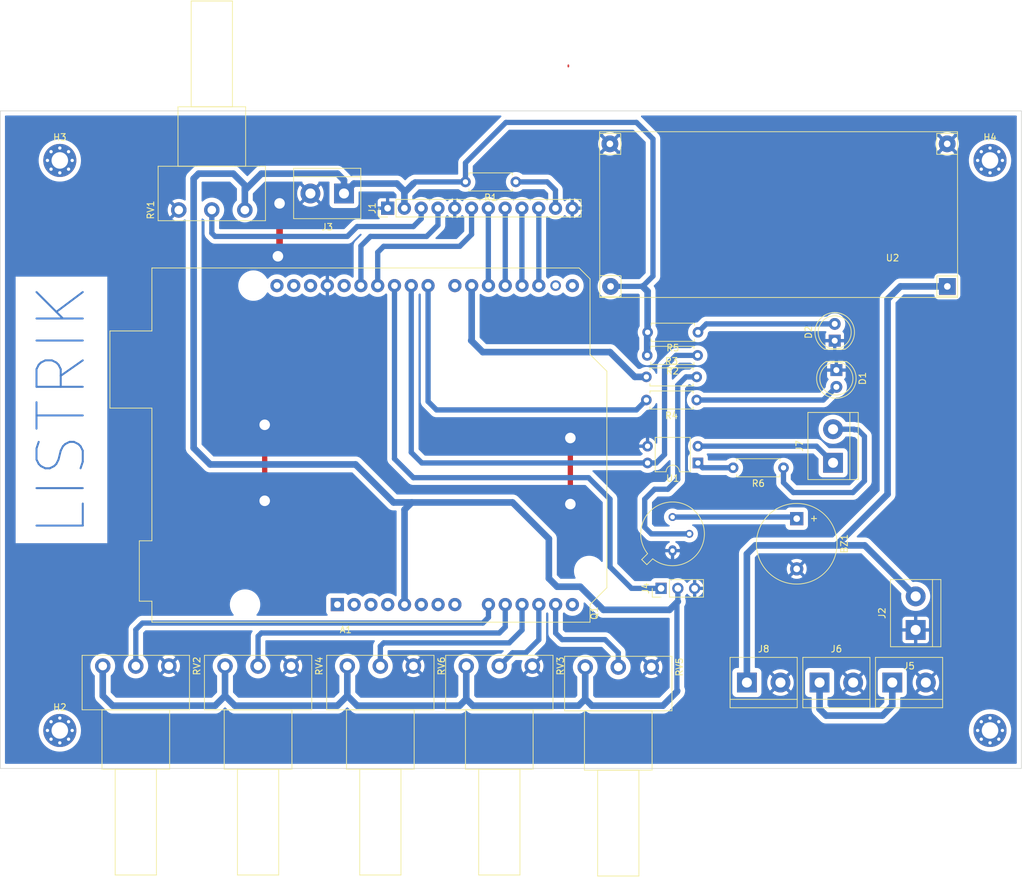
<source format=kicad_pcb>
(kicad_pcb (version 20211014) (generator pcbnew)
  (layers (0 "F.Cu" signal) (31 "B.Cu" signal) (34 "B.Paste" user) (35 "F.Paste" user) (36 "B.SilkS" user "B.Silkscreen") (37 "F.SilkS" user "F.Silkscreen") (38 "B.Mask" user) (39 "F.Mask" user) (44 "Edge.Cuts" user))
  (net 0 "")
  (net 5 "/A0")
  (net 6 "/A1")
  (net 7 "/A2")
  (net 8 "/A3")
  (net 9 "/A4")
  (net 12 "/D2")
  (net 13 "/D3")
  (net 14 "/D4")
  (net 15 "/D5")
  (net 16 "/D6")
  (net 17 "/D9")
  (net 18 "/D10")
  (net 19 "/D11")
  (net 20 "/D12")
  (net 24 "GND")
  (net 25 "5V")
  (net 26 "Net-(J1-Pad3)")
  (net 27 "Net-(J1-Pad11)")
  (net 29 "/D8")
  (net 35 "Net-(BZ1-Pad1)")
  (net 36 "12V")
  (net 37 "5V1")
  (net 38 "Net-(J7-Pad2)")
  (net 39 "Net-(Q1-Pad2)")
  (net 40 "Net-(U1-Pad2)")
  (net 41 "Net-(D1-Pad2)")
  (net 42 "Net-(D2-Pad2)")
  (net 43 "Net-(U1-Pad1)")
  (footprint "Resistor_THT:R_Axial_DIN0207_L6.3mm_D2.5mm_P7.62mm_Horizontal" (layer "F.Cu") (at 165.25 75.5)
    (fp_text reference "R3" (at 3.81 -2.37) (layer "F.SilkS"))
    (fp_text value "2k2")
    (pad "1" thru_hole circle (at 0 0) (size 1.6 1.6) (drill 0.8) (layers *.Cu *.Mask) (net 16 "/D6"))
    (pad "2" thru_hole oval (at 7.62 0) (size 1.6 1.6) (drill 0.8) (layers *.Cu *.Mask) (net 39 "Net-(Q1-Pad2)"))
  )
  (footprint "Potentiometer_THT:Potentiometer_Piher_PC-16_Single_Horizontal" (layer "F.Cu") (at 120 119.25 -90)
    (fp_text reference "RV6" (at 0 -14.25 90) (layer "F.SilkS"))
    (fp_text value "Kp")
    (pad "1" thru_hole circle (at 0 0 270) (size 2.34 2.34) (drill 1.3) (layers *.Cu *.Mask) (net 25 "5V"))
    (pad "2" thru_hole circle (at 0 -5 270) (size 2.34 2.34) (drill 1.3) (layers *.Cu *.Mask) (net 7 "/A2"))
    (pad "3" thru_hole circle (at 0 -10 270) (size 2.34 2.34) (drill 1.3) (layers *.Cu *.Mask) (net 24 "GND"))
  )
  (footprint "TerminalBlock:TerminalBlock_bornier-2_P5.08mm" (layer "F.Cu") (at 191.46 121.75)
    (fp_text reference "J6" (at 2.54 -5.08) (layer "F.SilkS"))
    (fp_text value "ESC Out")
    (pad "1" thru_hole rect (at 0 0) (size 3 3) (drill 1.52) (layers *.Cu *.Mask) (net 37 "5V1"))
    (pad "2" thru_hole circle (at 5.08 0) (size 3 3) (drill 1.52) (layers *.Cu *.Mask) (net 24 "GND"))
  )
  (footprint "Potentiometer_THT:Potentiometer_Piher_PC-16_Single_Horizontal" (layer "F.Cu") (at 104.5 50.25 90)
    (fp_text reference "RV1" (at 0 -14.25 90) (layer "F.SilkS"))
    (fp_text value "10K")
    (pad "1" thru_hole circle (at 0 0 90) (size 2.34 2.34) (drill 1.3) (layers *.Cu *.Mask) (net 25 "5V"))
    (pad "2" thru_hole circle (at 0 -5 90) (size 2.34 2.34) (drill 1.3) (layers *.Cu *.Mask) (net 26 "Net-(J1-Pad3)"))
    (pad "3" thru_hole circle (at 0 -10 90) (size 2.34 2.34) (drill 1.3) (layers *.Cu *.Mask) (net 24 "GND"))
  )
  (footprint "Resistor_THT:R_Axial_DIN0207_L6.3mm_D2.5mm_P7.62mm_Horizontal" (layer "F.Cu") (at 173.06 68.75 180)
    (fp_text reference "R5" (at 3.81 -2.37) (layer "F.SilkS"))
    (fp_text value "220")
    (pad "1" thru_hole circle (at 0 0 180) (size 1.6 1.6) (drill 0.8) (layers *.Cu *.Mask) (net 42 "Net-(D2-Pad2)"))
    (pad "2" thru_hole oval (at 7.62 0 180) (size 1.6 1.6) (drill 0.8) (layers *.Cu *.Mask) (net 25 "5V"))
  )
  (footprint "Module:Arduino_UNO_R3_WithMountingHoles" (layer "F.Cu") (at 118.5 63.75)
    (fp_text reference "A1" (at 1.27 50.01) (layer "F.SilkS"))
    (fp_text value "Arduino_UNO_R3")
    (pad "" np_thru_hole circle (at 38.1 41.12 90) (size 3.2 3.2) (drill 3.2) (layers *.Cu *.Mask))
    (pad "" np_thru_hole circle (at -12.7 -2.06 90) (size 3.2 3.2) (drill 3.2) (layers *.Cu *.Mask))
    (pad "" np_thru_hole circle (at -13.97 46.2 90) (size 3.2 3.2) (drill 3.2) (layers *.Cu *.Mask))
    (pad "" np_thru_hole circle (at 38.1 13.18 90) (size 3.2 3.2) (drill 3.2) (layers *.Cu *.Mask))
    (pad "1" thru_hole rect (at 0 46.2 90) (size 2 2) (drill 1) (layers *.Cu *.Mask))
    (pad "2" thru_hole oval (at 2.54 46.2 90) (size 2 2) (drill 1) (layers *.Cu *.Mask))
    (pad "3" thru_hole oval (at 5.08 46.2 90) (size 2 2) (drill 1) (layers *.Cu *.Mask))
    (pad "4" thru_hole oval (at 7.62 46.2 90) (size 2 2) (drill 1) (layers *.Cu *.Mask))
    (pad "5" thru_hole oval (at 10.16 46.2 90) (size 2 2) (drill 1) (layers *.Cu *.Mask) (net 25 "5V"))
    (pad "6" thru_hole oval (at 12.7 46.2 90) (size 2 2) (drill 1) (layers *.Cu *.Mask))
    (pad "7" thru_hole oval (at 15.24 46.2 90) (size 2 2) (drill 1) (layers *.Cu *.Mask))
    (pad "8" thru_hole oval (at 17.78 46.2 90) (size 2 2) (drill 1) (layers *.Cu *.Mask))
    (pad "9" thru_hole oval (at 22.86 46.2 90) (size 2 2) (drill 1) (layers *.Cu *.Mask) (net 5 "/A0"))
    (pad "10" thru_hole oval (at 25.4 46.2 90) (size 2 2) (drill 1) (layers *.Cu *.Mask) (net 6 "/A1"))
    (pad "11" thru_hole oval (at 27.94 46.2 90) (size 2 2) (drill 1) (layers *.Cu *.Mask) (net 7 "/A2"))
    (pad "12" thru_hole oval (at 30.48 46.2 90) (size 2 2) (drill 1) (layers *.Cu *.Mask) (net 8 "/A3"))
    (pad "13" thru_hole oval (at 33.02 46.2 90) (size 2 2) (drill 1) (layers *.Cu *.Mask) (net 9 "/A4"))
    (pad "14" thru_hole oval (at 35.56 46.2 90) (size 2 2) (drill 1) (layers *.Cu *.Mask))
    (pad "15" thru_hole oval (at 35.56 -2.06 90) (size 2 2) (drill 1) (layers *.Cu *.Mask))
    (pad "16" thru_hole oval (at 33.02 -2.06 90) (size 1.6 1.6) (drill 1) (layers *.Cu *.Mask))
    (pad "17" thru_hole oval (at 30.48 -2.06 90) (size 2 2) (drill 1) (layers *.Cu *.Mask) (net 12 "/D2"))
    (pad "18" thru_hole oval (at 27.94 -2.06 90) (size 2 2) (drill 1) (layers *.Cu *.Mask) (net 13 "/D3"))
    (pad "19" thru_hole oval (at 25.4 -2.06 90) (size 2 2) (drill 1) (layers *.Cu *.Mask) (net 14 "/D4"))
    (pad "20" thru_hole oval (at 22.86 -2.06 90) (size 2 2) (drill 1) (layers *.Cu *.Mask) (net 15 "/D5"))
    (pad "21" thru_hole oval (at 20.32 -2.06 90) (size 2 2) (drill 1) (layers *.Cu *.Mask) (net 16 "/D6"))
    (pad "22" thru_hole oval (at 17.78 -2.06 90) (size 2 2) (drill 1) (layers *.Cu *.Mask))
    (pad "23" thru_hole oval (at 13.72 -2.06 90) (size 2 2) (drill 1) (layers *.Cu *.Mask) (net 29 "/D8"))
    (pad "24" thru_hole oval (at 11.18 -2.06 90) (size 2 2) (drill 1) (layers *.Cu *.Mask) (net 17 "/D9"))
    (pad "25" thru_hole oval (at 8.64 -2.06 90) (size 2 2) (drill 1) (layers *.Cu *.Mask) (net 18 "/D10"))
    (pad "26" thru_hole oval (at 6.1 -2.06 90) (size 2 2) (drill 1) (layers *.Cu *.Mask) (net 19 "/D11"))
    (pad "27" thru_hole oval (at 3.56 -2.06 90) (size 2 2) (drill 1) (layers *.Cu *.Mask) (net 20 "/D12"))
    (pad "28" thru_hole oval (at 1.02 -2.06 90) (size 2 2) (drill 1) (layers *.Cu *.Mask))
    (pad "29" thru_hole oval (at -1.52 -2.06 90) (size 2 2) (drill 1) (layers *.Cu *.Mask) (net 24 "GND"))
    (pad "30" thru_hole oval (at -4.06 -2.06 90) (size 2 2) (drill 1) (layers *.Cu *.Mask))
    (pad "31" thru_hole oval (at -6.6 -2.06 90) (size 2 2) (drill 1) (layers *.Cu *.Mask))
    (pad "32" thru_hole oval (at -9.14 -2.06 90) (size 2 2) (drill 1) (layers *.Cu *.Mask))
  )
  (footprint "Buzzer_Beeper:Buzzer_12x9.5RM7.6" (layer "F.Cu") (at 188 96.95 -90)
    (fp_text reference "BZ1" (at 3.8 -7.2 90) (layer "F.SilkS"))
    (fp_text value "Buzzer")
    (fp_text user "+" (at -0.01 -2.54 90) (layer "F.SilkS"))
    (pad "1" thru_hole rect (at 0 0 270) (size 2 2) (drill 1) (layers *.Cu *.Mask) (net 35 "Net-(BZ1-Pad1)"))
    (pad "2" thru_hole circle (at 7.6 0 270) (size 2 2) (drill 1) (layers *.Cu *.Mask) (net 24 "GND"))
  )
  (footprint "Potentiometer_THT:Potentiometer_Piher_PC-16_Single_Horizontal" (layer "F.Cu") (at 83 119.25 -90)
    (fp_text reference "RV2" (at 0 -14.25 90) (layer "F.SilkS"))
    (fp_text value "Sp")
    (pad "1" thru_hole circle (at 0 0 270) (size 2.34 2.34) (drill 1.3) (layers *.Cu *.Mask) (net 25 "5V"))
    (pad "2" thru_hole circle (at 0 -5 270) (size 2.34 2.34) (drill 1.3) (layers *.Cu *.Mask) (net 5 "/A0"))
    (pad "3" thru_hole circle (at 0 -10 270) (size 2.34 2.34) (drill 1.3) (layers *.Cu *.Mask) (net 24 "GND"))
  )
  (footprint "Connector_PinHeader_2.54mm:PinHeader_1x03_P2.54mm_Vertical" (layer "F.Cu") (at 167.475 107.5 90)
    (fp_text reference "J4" (at 0 -2.33 90) (layer "F.SilkS"))
    (fp_text value "ESC data")
    (pad "1" thru_hole rect (at 0 0 90) (size 1.7 1.7) (drill 1) (layers *.Cu *.Mask) (net 18 "/D10"))
    (pad "2" thru_hole oval (at 0 2.54 90) (size 1.7 1.7) (drill 1) (layers *.Cu *.Mask) (net 25 "5V"))
    (pad "3" thru_hole oval (at 0 5.08 90) (size 1.7 1.7) (drill 1) (layers *.Cu *.Mask) (net 24 "GND"))
  )
  (footprint "TerminalBlock:TerminalBlock_bornier-2_P5.08mm" (layer "F.Cu") (at 180.46 121.75)
    (fp_text reference "J8" (at 2.54 -5.08) (layer "F.SilkS"))
    (fp_text value "ESC IN")
    (pad "1" thru_hole rect (at 0 0) (size 3 3) (drill 1.52) (layers *.Cu *.Mask) (net 36 "12V"))
    (pad "2" thru_hole circle (at 5.08 0) (size 3 3) (drill 1.52) (layers *.Cu *.Mask) (net 24 "GND"))
  )
  (footprint "Potentiometer_THT:Potentiometer_Piher_PC-16_Single_Horizontal" (layer "F.Cu") (at 156 119.4 -90)
    (fp_text reference "RV5" (at 0 -14.25 90) (layer "F.SilkS"))
    (fp_text value "Ts")
    (pad "1" thru_hole circle (at 0 0 270) (size 2.34 2.34) (drill 1.3) (layers *.Cu *.Mask) (net 25 "5V"))
    (pad "2" thru_hole circle (at 0 -5 270) (size 2.34 2.34) (drill 1.3) (layers *.Cu *.Mask) (net 9 "/A4"))
    (pad "3" thru_hole circle (at 0 -10 270) (size 2.34 2.34) (drill 1.3) (layers *.Cu *.Mask) (net 24 "GND"))
  )
  (footprint "MountingHole:MountingHole_2.5mm_Pad_Via" (layer "F.Cu") (at 76.5 42.75)
    (fp_text reference "H3" (at 0 -3.5) (layer "F.SilkS"))
    (fp_text value "MountingHole")
    (pad "1" thru_hole circle (at -1.325825 1.325825) (size 0.8 0.8) (drill 0.5) (layers *.Cu *.Mask))
    (pad "1" thru_hole circle (at 1.325825 -1.325825) (size 0.8 0.8) (drill 0.5) (layers *.Cu *.Mask))
    (pad "1" thru_hole circle (at 0 1.875) (size 0.8 0.8) (drill 0.5) (layers *.Cu *.Mask))
    (pad "1" thru_hole circle (at 1.325825 1.325825) (size 0.8 0.8) (drill 0.5) (layers *.Cu *.Mask))
    (pad "1" thru_hole circle (at 1.875 0) (size 0.8 0.8) (drill 0.5) (layers *.Cu *.Mask))
    (pad "1" thru_hole circle (at -1.325825 -1.325825) (size 0.8 0.8) (drill 0.5) (layers *.Cu *.Mask))
    (pad "1" thru_hole circle (at -1.875 0) (size 0.8 0.8) (drill 0.5) (layers *.Cu *.Mask))
    (pad "1" thru_hole circle (at 0 0) (size 5 5) (drill 2.5) (layers *.Cu *.Mask))
    (pad "1" thru_hole circle (at 0 -1.875) (size 0.8 0.8) (drill 0.5) (layers *.Cu *.Mask))
  )
  (footprint "TerminalBlock:TerminalBlock_bornier-2_P5.08mm" (layer "F.Cu") (at 206 113.79 90)
    (fp_text reference "J2" (at 2.54 -5.08 90) (layer "F.SilkS"))
    (fp_text value "ADAPTOR 12V")
    (pad "1" thru_hole rect (at 0 0 90) (size 3 3) (drill 1.52) (layers *.Cu *.Mask) (net 24 "GND"))
    (pad "2" thru_hole circle (at 5.08 0 90) (size 3 3) (drill 1.52) (layers *.Cu *.Mask) (net 36 "12V"))
  )
  (footprint "LED_THT:LED_D5.0mm" (layer "F.Cu") (at 193.75 70.025 90)
    (fp_text reference "D2" (at 1.27 -3.96 90) (layer "F.SilkS"))
    (fp_text value "LED")
    (pad "1" thru_hole rect (at 0 0 90) (size 1.8 1.8) (drill 0.9) (layers *.Cu *.Mask) (net 24 "GND"))
    (pad "2" thru_hole circle (at 2.54 0 90) (size 1.8 1.8) (drill 0.9) (layers *.Cu *.Mask) (net 42 "Net-(D2-Pad2)"))
  )
  (footprint "Resistor_THT:R_Axial_DIN0207_L6.3mm_D2.5mm_P7.62mm_Horizontal" (layer "F.Cu") (at 186 89.25 180)
    (fp_text reference "R6" (at 3.81 -2.37) (layer "F.SilkS"))
    (fp_text value "1K")
    (pad "1" thru_hole circle (at 0 0 180) (size 1.6 1.6) (drill 0.8) (layers *.Cu *.Mask) (net 38 "Net-(J7-Pad2)"))
    (pad "2" thru_hole oval (at 7.62 0 180) (size 1.6 1.6) (drill 0.8) (layers *.Cu *.Mask) (net 43 "Net-(U1-Pad1)"))
  )
  (footprint "Potentiometer_THT:Potentiometer_Piher_PC-16_Single_Horizontal" (layer "F.Cu") (at 138 119.25 -90)
    (fp_text reference "RV3" (at 0 -14.25 90) (layer "F.SilkS"))
    (fp_text value "Kd")
    (pad "1" thru_hole circle (at 0 0 270) (size 2.34 2.34) (drill 1.3) (layers *.Cu *.Mask) (net 25 "5V"))
    (pad "2" thru_hole circle (at 0 -5 270) (size 2.34 2.34) (drill 1.3) (layers *.Cu *.Mask) (net 8 "/A3"))
    (pad "3" thru_hole circle (at 0 -10 270) (size 2.34 2.34) (drill 1.3) (layers *.Cu *.Mask) (net 24 "GND"))
  )
  (footprint "MountingHole:MountingHole_2.5mm_Pad_Via" (layer "F.Cu") (at 76.5 129)
    (fp_text reference "H2" (at 0 -3.5) (layer "F.SilkS"))
    (fp_text value "MountingHole")
    (pad "1" thru_hole circle (at -1.325825 -1.325825) (size 0.8 0.8) (drill 0.5) (layers *.Cu *.Mask))
    (pad "1" thru_hole circle (at 0 1.875) (size 0.8 0.8) (drill 0.5) (layers *.Cu *.Mask))
    (pad "1" thru_hole circle (at 1.875 0) (size 0.8 0.8) (drill 0.5) (layers *.Cu *.Mask))
    (pad "1" thru_hole circle (at -1.325825 1.325825) (size 0.8 0.8) (drill 0.5) (layers *.Cu *.Mask))
    (pad "1" thru_hole circle (at -1.875 0) (size 0.8 0.8) (drill 0.5) (layers *.Cu *.Mask))
    (pad "1" thru_hole circle (at 0 0) (size 5 5) (drill 2.5) (layers *.Cu *.Mask))
    (pad "1" thru_hole circle (at 1.325825 1.325825) (size 0.8 0.8) (drill 0.5) (layers *.Cu *.Mask))
    (pad "1" thru_hole circle (at 1.325825 -1.325825) (size 0.8 0.8) (drill 0.5) (layers *.Cu *.Mask))
    (pad "1" thru_hole circle (at 0 -1.875) (size 0.8 0.8) (drill 0.5) (layers *.Cu *.Mask))
  )
  (footprint "Package_DIP:DIP-4_W7.62mm" (layer "F.Cu") (at 173.05 88.525 180)
    (fp_text reference "U1" (at 3.81 -2.33) (layer "F.SilkS"))
    (fp_text value "PC817")
    (pad "1" thru_hole rect (at 0 0 180) (size 1.6 1.6) (drill 0.8) (layers *.Cu *.Mask) (net 43 "Net-(U1-Pad1)"))
    (pad "2" thru_hole oval (at 0 2.54 180) (size 1.6 1.6) (drill 0.8) (layers *.Cu *.Mask) (net 40 "Net-(U1-Pad2)"))
    (pad "3" thru_hole oval (at 7.62 2.54 180) (size 1.6 1.6) (drill 0.8) (layers *.Cu *.Mask) (net 24 "GND"))
    (pad "4" thru_hole oval (at 7.62 0 180) (size 1.6 1.6) (drill 0.8) (layers *.Cu *.Mask) (net 17 "/D9"))
  )
  (footprint "Connector_PinHeader_2.54mm:PinHeader_1x12_P2.54mm_Vertical" (layer "F.Cu") (at 126.1 49.975 90)
    (fp_text reference "J1" (at 0 -2.33 90) (layer "F.SilkS"))
    (fp_text value "LCD")
    (pad "1" thru_hole rect (at 0 0 90) (size 2 2) (drill 1) (layers *.Cu *.Mask) (net 24 "GND"))
    (pad "2" thru_hole oval (at 0 2.54 90) (size 2 2) (drill 1) (layers *.Cu *.Mask) (net 25 "5V"))
    (pad "3" thru_hole oval (at 0 5.08 90) (size 2 2) (drill 1) (layers *.Cu *.Mask) (net 26 "Net-(J1-Pad3)"))
    (pad "4" thru_hole oval (at 0 7.62 90) (size 2 2) (drill 1) (layers *.Cu *.Mask) (net 20 "/D12"))
    (pad "5" thru_hole oval (at 0 10.16 90) (size 2 2) (drill 1) (layers *.Cu *.Mask) (net 24 "GND"))
    (pad "6" thru_hole oval (at 0 12.7 90) (size 2 2) (drill 1) (layers *.Cu *.Mask) (net 19 "/D11"))
    (pad "7" thru_hole oval (at 0 15.24 90) (size 2 2) (drill 1) (layers *.Cu *.Mask) (net 15 "/D5"))
    (pad "8" thru_hole oval (at 0 17.78 90) (size 2 2) (drill 1) (layers *.Cu *.Mask) (net 14 "/D4"))
    (pad "9" thru_hole oval (at 0 20.32 90) (size 2 2) (drill 1) (layers *.Cu *.Mask) (net 13 "/D3"))
    (pad "10" thru_hole oval (at 0 22.86 90) (size 2 2) (drill 1) (layers *.Cu *.Mask) (net 12 "/D2"))
    (pad "11" thru_hole oval (at 0 25.4 90) (size 2 2) (drill 1) (layers *.Cu *.Mask) (net 27 "Net-(J1-Pad11)"))
    (pad "12" thru_hole oval (at 0 27.94 90) (size 2 2) (drill 1) (layers *.Cu *.Mask) (net 24 "GND"))
  )
  (footprint "TerminalBlock:TerminalBlock_bornier-2_P5.08mm" (layer "F.Cu") (at 119.5 47.75 180)
    (fp_text reference "J3" (at 2.54 -5.08) (layer "F.SilkS"))
    (fp_text value "Stepdown OUT")
    (pad "1" thru_hole rect (at 0 0 180) (size 3 3) (drill 1.52) (layers *.Cu *.Mask) (net 25 "5V"))
    (pad "2" thru_hole circle (at 5.08 0 180) (size 3 3) (drill 1.52) (layers *.Cu *.Mask) (net 24 "GND"))
  )
  (footprint "Potentiometer_THT:Potentiometer_Piher_PC-16_Single_Horizontal" (layer "F.Cu") (at 101.5 119.25 -90)
    (fp_text reference "RV4" (at 0 -14.25 90) (layer "F.SilkS"))
    (fp_text value "Ki")
    (pad "1" thru_hole circle (at 0 0 270) (size 2.34 2.34) (drill 1.3) (layers *.Cu *.Mask) (net 25 "5V"))
    (pad "2" thru_hole circle (at 0 -5 270) (size 2.34 2.34) (drill 1.3) (layers *.Cu *.Mask) (net 6 "/A1"))
    (pad "3" thru_hole circle (at 0 -10 270) (size 2.34 2.34) (drill 1.3) (layers *.Cu *.Mask) (net 24 "GND"))
  )
  (footprint "LED_THT:LED_D5.0mm" (layer "F.Cu") (at 194 74.475 -90)
    (fp_text reference "D1" (at 1.27 -3.96 90) (layer "F.SilkS"))
    (fp_text value "LED")
    (pad "1" thru_hole rect (at 0 0 270) (size 1.8 1.8) (drill 0.9) (layers *.Cu *.Mask) (net 24 "GND"))
    (pad "2" thru_hole circle (at 2.54 0 270) (size 1.8 1.8) (drill 0.9) (layers *.Cu *.Mask) (net 41 "Net-(D1-Pad2)"))
  )
  (footprint "Helber:YAAJ_DCDC_StepDown_LM2596" (layer "F.Cu") (at 202.65 57.98 180)
    (fp_text reference "U2" (at 0.15 0.48) (layer "F.SilkS"))
    (fp_text value "XL4015")
    (pad "1" thru_hole rect (at -8.14 -3.83 180) (size 2.54 2.54) (drill 1) (layers *.Cu *.Mask) (net 36 "12V"))
    (pad "2" thru_hole circle (at -8.12 17.74 180) (size 2.54 2.54) (drill 1) (layers *.Cu *.Mask) (net 24 "GND"))
    (pad "3" thru_hole circle (at 42.92 17.74 180) (size 2.54 2.54) (drill 1) (layers *.Cu *.Mask) (net 24 "GND"))
    (pad "4" thru_hole circle (at 42.81 -3.83 180) (size 2.54 2.54) (drill 1) (layers *.Cu *.Mask) (net 25 "5V"))
  )
  (footprint "Resistor_THT:R_Axial_DIN0207_L6.3mm_D2.5mm_P7.62mm_Horizontal" (layer "F.Cu") (at 172.87 79 180)
    (fp_text reference "R4" (at 3.81 -2.37) (layer "F.SilkS"))
    (fp_text value "220")
    (pad "1" thru_hole circle (at 0 0 180) (size 1.6 1.6) (drill 0.8) (layers *.Cu *.Mask) (net 41 "Net-(D1-Pad2)"))
    (pad "2" thru_hole oval (at 7.62 0 180) (size 1.6 1.6) (drill 0.8) (layers *.Cu *.Mask) (net 29 "/D8"))
  )
  (footprint "Resistor_THT:R_Axial_DIN0207_L6.3mm_D2.5mm_P7.62mm_Horizontal" (layer "F.Cu") (at 173 72.25 180)
    (fp_text reference "R2" (at 3.81 -2.37) (layer "F.SilkS"))
    (fp_text value "220")
    (pad "1" thru_hole circle (at 0 0 180) (size 1.6 1.6) (drill 0.8) (layers *.Cu *.Mask) (net 17 "/D9"))
    (pad "2" thru_hole oval (at 7.62 0 180) (size 1.6 1.6) (drill 0.8) (layers *.Cu *.Mask) (net 25 "5V"))
  )
  (footprint "TerminalBlock:TerminalBlock_bornier-2_P5.08mm" (layer "F.Cu") (at 202.46 121.75)
    (fp_text reference "J5" (at 2.54 -2.5) (layer "F.SilkS"))
    (fp_text value "Motor DC")
    (pad "1" thru_hole rect (at 0 0) (size 3 3) (drill 1.52) (layers *.Cu *.Mask) (net 37 "5V1"))
    (pad "2" thru_hole circle (at 5.08 0) (size 3 3) (drill 1.52) (layers *.Cu *.Mask) (net 24 "GND"))
  )
  (footprint "Package_TO_SOT_THT:TO-39-3" (layer "F.Cu") (at 169.21 101.79 90)
    (fp_text reference "Q1" (at -9.46 -11.82 90) (layer "F.SilkS"))
    (fp_text value "2N2219")
    (pad "1" thru_hole oval (at 0 0 90) (size 1.6 1.2) (drill 0.7) (layers *.Cu *.Mask) (net 24 "GND"))
    (pad "2" thru_hole oval (at 2.54 2.54 90) (size 1.2 1.2) (drill 0.7) (layers *.Cu *.Mask) (net 39 "Net-(Q1-Pad2)"))
    (pad "3" thru_hole oval (at 5.08 0 90) (size 1.2 1.2) (drill 0.7) (layers *.Cu *.Mask) (net 35 "Net-(BZ1-Pad1)"))
  )
  (footprint "TerminalBlock:TerminalBlock_bornier-2_P5.08mm" (layer "F.Cu") (at 193.5 88.5 90)
    (fp_text reference "J7" (at 2.54 -5.08 90) (layer "F.SilkS"))
    (fp_text value "Tacho Generator")
    (pad "1" thru_hole rect (at 0 0 90) (size 3 3) (drill 1.52) (layers *.Cu *.Mask) (net 40 "Net-(U1-Pad2)"))
    (pad "2" thru_hole circle (at 5.08 0 90) (size 3 3) (drill 1.52) (layers *.Cu *.Mask) (net 38 "Net-(J7-Pad2)"))
  )
  (footprint "MountingHole:MountingHole_2.5mm_Pad_Via" (layer "F.Cu") (at 217.25 129)
    (fp_text reference "H1" (at 0 -0.5) (layer "F.SilkS"))
    (fp_text value "MountingHole")
    (pad "1" thru_hole circle (at -1.325825 1.325825) (size 0.8 0.8) (drill 0.5) (layers *.Cu *.Mask))
    (pad "1" thru_hole circle (at -1.325825 -1.325825) (size 0.8 0.8) (drill 0.5) (layers *.Cu *.Mask))
    (pad "1" thru_hole circle (at 1.325825 1.325825) (size 0.8 0.8) (drill 0.5) (layers *.Cu *.Mask))
    (pad "1" thru_hole circle (at -1.875 0) (size 0.8 0.8) (drill 0.5) (layers *.Cu *.Mask))
    (pad "1" thru_hole circle (at 1.875 0) (size 0.8 0.8) (drill 0.5) (layers *.Cu *.Mask))
    (pad "1" thru_hole circle (at 0 0) (size 5 5) (drill 2.5) (layers *.Cu *.Mask))
    (pad "1" thru_hole circle (at 0 1.875) (size 0.8 0.8) (drill 0.5) (layers *.Cu *.Mask))
    (pad "1" thru_hole circle (at 1.325825 -1.325825) (size 0.8 0.8) (drill 0.5) (layers *.Cu *.Mask))
    (pad "1" thru_hole circle (at 0 -1.875) (size 0.8 0.8) (drill 0.5) (layers *.Cu *.Mask))
  )
  (footprint "Resistor_THT:R_Axial_DIN0207_L6.3mm_D2.5mm_P7.62mm_Horizontal" (layer "F.Cu") (at 145.5 46 180)
    (fp_text reference "R1" (at 3.81 -2.37) (layer "F.SilkS"))
    (fp_text value "220")
    (pad "1" thru_hole circle (at 0 0 180) (size 1.6 1.6) (drill 0.8) (layers *.Cu *.Mask) (net 27 "Net-(J1-Pad11)"))
    (pad "2" thru_hole oval (at 7.62 0 180) (size 1.6 1.6) (drill 0.8) (layers *.Cu *.Mask) (net 25 "5V"))
  )
  (footprint "MountingHole:MountingHole_2.5mm_Pad_Via" (layer "F.Cu") (at 217.25 42.75)
    (fp_text reference "H4" (at 0 -3.5) (layer "F.SilkS"))
    (fp_text value "MountingHole")
    (pad "1" thru_hole circle (at 0 -1.875) (size 0.8 0.8) (drill 0.5) (layers *.Cu *.Mask))
    (pad "1" thru_hole circle (at 0 1.875) (size 0.8 0.8) (drill 0.5) (layers *.Cu *.Mask))
    (pad "1" thru_hole circle (at 0 0) (size 5 5) (drill 2.5) (layers *.Cu *.Mask))
    (pad "1" thru_hole circle (at 1.325825 -1.325825) (size 0.8 0.8) (drill 0.5) (layers *.Cu *.Mask))
    (pad "1" thru_hole circle (at -1.875 0) (size 0.8 0.8) (drill 0.5) (layers *.Cu *.Mask))
    (pad "1" thru_hole circle (at 1.875 0) (size 0.8 0.8) (drill 0.5) (layers *.Cu *.Mask))
    (pad "1" thru_hole circle (at -1.325825 -1.325825) (size 0.8 0.8) (drill 0.5) (layers *.Cu *.Mask))
    (pad "1" thru_hole circle (at 1.325825 1.325825) (size 0.8 0.8) (drill 0.5) (layers *.Cu *.Mask))
    (pad "1" thru_hole circle (at -1.325825 1.325825) (size 0.8 0.8) (drill 0.5) (layers *.Cu *.Mask))
  )
  (gr_rect (start 222 134.75) (end 67.5 35.25) (layer "Edge.Cuts") (width 0.1) (fill none))
  (gr_text "LISTRIK" (at 76.75 80.5 90) (layer "B.Cu") (effects (font (size 7 7) (thickness 0.3))))
  (segment (start 153.45 28.35) (end 153.45 28.55) (width 0.25) (layer "F.Cu") (net 0))
  (segment (start 141.36 109.95) (end 141.36 111.89) (width 0.8) (layer "B.Cu") (net 5))
  (segment (start 140.5 112.75) (end 89 112.75) (width 0.8) (layer "B.Cu") (net 5))
  (segment (start 141.36 111.89) (end 140.5 112.75) (width 0.8) (layer "B.Cu") (net 5))
  (segment (start 89 112.75) (end 88 113.75) (width 0.8) (layer "B.Cu") (net 5))
  (segment (start 88 113.75) (end 88 119.25) (width 0.8) (layer "B.Cu") (net 5))
  (segment (start 107 114.25) (end 106.5 114.75) (width 0.8) (layer "B.Cu") (net 6))
  (segment (start 143.9 113.35) (end 143 114.25) (width 0.8) (layer "B.Cu") (net 6))
  (segment (start 143 114.25) (end 107 114.25) (width 0.8) (layer "B.Cu") (net 6))
  (segment (start 143.9 109.95) (end 143.9 113.35) (width 0.8) (layer "B.Cu") (net 6))
  (segment (start 106.5 114.75) (end 106.5 119.25) (width 0.8) (layer "B.Cu") (net 6))
  (segment (start 125 116.25) (end 125.5 115.75) (width 0.8) (layer "B.Cu") (net 7))
  (segment (start 146.44 113.81) (end 146.44 109.95) (width 0.8) (layer "B.Cu") (net 7))
  (segment (start 125.5 115.75) (end 144.5 115.75) (width 0.8) (layer "B.Cu") (net 7))
  (segment (start 125 119.25) (end 125 116.25) (width 0.8) (layer "B.Cu") (net 7))
  (segment (start 144.5 115.75) (end 146.44 113.81) (width 0.8) (layer "B.Cu") (net 7))
  (segment (start 148.98 115.27) (end 148.98 109.95) (width 0.8) (layer "B.Cu") (net 8))
  (segment (start 147 117.25) (end 148.98 115.27) (width 0.8) (layer "B.Cu") (net 8))
  (segment (start 143 119.25) (end 145 117.25) (width 0.8) (layer "B.Cu") (net 8))
  (segment (start 145 117.25) (end 147 117.25) (width 0.8) (layer "B.Cu") (net 8))
  (segment (start 159 115.25) (end 161 117.25) (width 0.8) (layer "B.Cu") (net 9))
  (segment (start 151.52 114.27) (end 152.5 115.25) (width 0.8) (layer "B.Cu") (net 9))
  (segment (start 152.5 115.25) (end 159 115.25) (width 0.8) (layer "B.Cu") (net 9))
  (segment (start 151.52 109.95) (end 151.52 114.27) (width 0.8) (layer "B.Cu") (net 9))
  (segment (start 161 117.25) (end 161 119.4) (width 0.8) (layer "B.Cu") (net 9))
  (segment (start 148.98 61.69) (end 148.98 49.995) (width 0.8) (layer "B.Cu") (net 12))
  (segment (start 148.98 49.995) (end 148.96 49.975) (width 0.8) (layer "B.Cu") (net 12))
  (segment (start 146.42 49.975) (end 146.42 61.67) (width 0.8) (layer "B.Cu") (net 13))
  (segment (start 146.42 61.67) (end 146.44 61.69) (width 0.8) (layer "B.Cu") (net 13))
  (segment (start 143.9 49.995) (end 143.88 49.975) (width 0.8) (layer "B.Cu") (net 14))
  (segment (start 143.9 61.69) (end 143.9 49.995) (width 0.8) (layer "B.Cu") (net 14))
  (segment (start 141.34 49.975) (end 141.34 61.67) (width 0.8) (layer "B.Cu") (net 15))
  (segment (start 141.34 61.67) (end 141.36 61.69) (width 0.8) (layer "B.Cu") (net 15))
  (segment (start 140.5 71.75) (end 138.75 70) (width 1) (layer "B.Cu") (net 16))
  (segment (start 138.82 69.93) (end 138.82 61.69) (width 1) (layer "B.Cu") (net 16))
  (segment (start 159.75 71.75) (end 140.5 71.75) (width 1) (layer "B.Cu") (net 16))
  (segment (start 163.5 75.5) (end 159.75 71.75) (width 1) (layer "B.Cu") (net 16))
  (segment (start 165.25 75.5) (end 163.5 75.5) (width 1) (layer "B.Cu") (net 16))
  (segment (start 138.75 70) (end 138.82 69.93) (width 1) (layer "B.Cu") (net 16))
  (segment (start 168 87.25) (end 166.725 88.525) (width 0.8) (layer "B.Cu") (net 17))
  (segment (start 173 72.25) (end 169.75 72.25) (width 0.8) (layer "B.Cu") (net 17))
  (segment (start 131.275 88.525) (end 129.68 86.93) (width 0.8) (layer "B.Cu") (net 17))
  (segment (start 166.725 88.525) (end 165.43 88.525) (width 0.8) (layer "B.Cu") (net 17))
  (segment (start 165.43 88.525) (end 131.275 88.525) (width 0.8) (layer "B.Cu") (net 17))
  (segment (start 129.68 86.93) (end 129.68 61.69) (width 0.8) (layer "B.Cu") (net 17))
  (segment (start 168 74) (end 168 87.25) (width 0.8) (layer "B.Cu") (net 17))
  (segment (start 169.75 72.25) (end 168 74) (width 0.8) (layer "B.Cu") (net 17))
  (segment (start 156.5 90.75) (end 130 90.75) (width 0.8) (layer "B.Cu") (net 18))
  (segment (start 127.14 87.89) (end 127.14 61.69) (width 0.8) (layer "B.Cu") (net 18))
  (segment (start 167.475 107.5) (end 163 107.5) (width 0.8) (layer "B.Cu") (net 18))
  (segment (start 159.75 104.25) (end 159.75 94) (width 0.8) (layer "B.Cu") (net 18))
  (segment (start 163 107.5) (end 159.75 104.25) (width 0.8) (layer "B.Cu") (net 18))
  (segment (start 159.75 94) (end 156.5 90.75) (width 0.8) (layer "B.Cu") (net 18))
  (segment (start 130 90.75) (end 127.14 87.89) (width 0.8) (layer "B.Cu") (net 18))
  (segment (start 124.6 56.65) (end 125.5 55.75) (width 0.8) (layer "B.Cu") (net 19))
  (segment (start 137 55.75) (end 138.8 53.95) (width 0.8) (layer "B.Cu") (net 19))
  (segment (start 125.5 55.75) (end 137 55.75) (width 0.8) (layer "B.Cu") (net 19))
  (segment (start 124.6 61.69) (end 124.6 56.65) (width 0.8) (layer "B.Cu") (net 19))
  (segment (start 138.8 53.95) (end 138.8 49.975) (width 0.8) (layer "B.Cu") (net 19))
  (segment (start 122.06 55.69) (end 122.06 61.69) (width 0.8) (layer "B.Cu") (net 20))
  (segment (start 133.72 52.53) (end 132 54.25) (width 0.8) (layer "B.Cu") (net 20))
  (segment (start 133.72 49.975) (end 133.72 52.53) (width 0.8) (layer "B.Cu") (net 20))
  (segment (start 132 54.25) (end 123.5 54.25) (width 0.8) (layer "B.Cu") (net 20))
  (segment (start 123.5 54.25) (end 122.06 55.69) (width 0.8) (layer "B.Cu") (net 20))
  (segment (start 109.75 57) (end 109.5 57.25) (width 1) (layer "F.Cu") (net 24))
  (segment (start 107.5 82.75) (end 107.5 94.25) (width 0.8) (layer "F.Cu") (net 24))
  (segment (start 109.75 49.25) (end 109.75 57) (width 1) (layer "F.Cu") (net 24))
  (segment (start 153.75 84.75) (end 153.75 94.75) (width 0.8) (layer "F.Cu") (net 24))
  (via (at 109.75 49.25) (size 3) (drill 1.6) (layers "F.Cu" "B.Cu") (net 24))
  (via (at 153.75 94.75) (size 3) (drill 1.6) (layers "F.Cu" "B.Cu") (net 24))
  (via (at 107.5 94.25) (size 3) (drill 1.6) (layers "F.Cu" "B.Cu") (net 24))
  (via (at 153.75 84.75) (size 3) (drill 1.6) (layers "F.Cu" "B.Cu") (net 24))
  (via (at 109.5 57.25) (size 3) (drill 1.6) (layers "F.Cu" "B.Cu") (net 24))
  (via (at 107.5 82.75) (size 3) (drill 1.6) (layers "F.Cu" "B.Cu") (net 24))
  (segment (start 167.75 125.25) (end 157 125.25) (width 1) (layer "B.Cu") (net 25))
  (segment (start 144 37) (end 163.75 37) (width 0.8) (layer "B.Cu") (net 25))
  (segment (start 128.66 109.95) (end 128.66 95.59) (width 1) (layer "B.Cu") (net 25))
  (segment (start 104.5 47.25) (end 104.5 46.5) (width 1) (layer "B.Cu") (net 25))
  (segment (start 170.015 122.985) (end 169.875 123.125) (width 0.8) (layer "B.Cu") (net 25))
  (segment (start 165.38 68.81) (end 165.44 68.75) (width 1) (layer "B.Cu") (net 25))
  (segment (start 166.25 39.5) (end 166.25 60.25) (width 0.8) (layer "B.Cu") (net 25))
  (segment (start 104.5 47.25) (end 107 44.75) (width 1) (layer "B.Cu") (net 25))
  (segment (start 96.75 45.5) (end 96.75 86.25) (width 1) (layer "B.Cu") (net 25))
  (segment (start 121.5 125.25) (end 137 125.25) (width 1) (layer "B.Cu") (net 25))
  (segment (start 166.25 60.25) (end 164.69 61.81) (width 0.8) (layer "B.Cu") (net 25))
  (segment (start 137.88 46) (end 130.25 46) (width 0.8) (layer "B.Cu") (net 25))
  (segment (start 101.5 123.75) (end 101.5 119.25) (width 1) (layer "B.Cu") (net 25))
  (segment (start 169.875 123.125) (end 167.75 125.25) (width 1) (layer "B.Cu") (net 25))
  (segment (start 165.38 72.25) (end 165.38 68.81) (width 1) (layer "B.Cu") (net 25))
  (segment (start 103 125.25) (end 118.5 125.25) (width 1) (layer "B.Cu") (net 25))
  (segment (start 164.69 61.81) (end 159.84 61.81) (width 0.8) (layer "B.Cu") (net 25))
  (segment (start 128.66 95.59) (end 129.75 94.5) (width 1) (layer "B.Cu") (net 25))
  (segment (start 102.75 44.75) (end 97.5 44.75) (width 1) (layer "B.Cu") (net 25))
  (segment (start 137 125.25) (end 138 124.25) (width 1) (layer "B.Cu") (net 25))
  (segment (start 97.5 44.75) (end 96.75 45.5) (width 1) (layer "B.Cu") (net 25))
  (segment (start 145 94.5) (end 150.5 100) (width 1) (layer "B.Cu") (net 25))
  (segment (start 101.5 123.75) (end 103 125.25) (width 1) (layer "B.Cu") (net 25))
  (segment (start 139 125.25) (end 155 125.25) (width 1) (layer "B.Cu") (net 25))
  (segment (start 138 124.25) (end 139 125.25) (width 1) (layer "B.Cu") (net 25))
  (segment (start 163.75 37) (end 166.25 39.5) (width 0.8) (layer "B.Cu") (net 25))
  (segment (start 99.25 88.75) (end 121.25 88.75) (width 1) (layer "B.Cu") (net 25))
  (segment (start 155.25 107.25) (end 158.75 110.75) (width 1) (layer "B.Cu") (net 25))
  (segment (start 165.44 62.56) (end 164.69 61.81) (width 1) (layer "B.Cu") (net 25))
  (segment (start 104.5 46.5) (end 102.75 44.75) (width 1) (layer "B.Cu") (net 25))
  (segment (start 158.75 110.75) (end 168.75 110.75) (width 1) (layer "B.Cu") (net 25))
  (segment (start 104.5 50.25) (end 104.5 47.25) (width 1) (layer "B.Cu") (net 25))
  (segment (start 138 124.25) (end 138 119.25) (width 1) (layer "B.Cu") (net 25))
  (segment (start 168.75 110.75) (end 170.015 109.485) (width 1) (layer "B.Cu") (net 25))
  (segment (start 119.5 45.75) (end 119.5 47.75) (width 1) (layer "B.Cu") (net 25))
  (segment (start 107 44.75) (end 118.5 44.75) (width 1) (layer "B.Cu") (net 25))
  (segment (start 100 125.25) (end 101.5 123.75) (width 1) (layer "B.Cu") (net 25))
  (segment (start 96.75 86.25) (end 99.25 88.75) (width 1) (layer "B.Cu") (net 25))
  (segment (start 118.5 125.25) (end 120 123.75) (width 1) (layer "B.Cu") (net 25))
  (segment (start 120 123.75) (end 120 119.25) (width 1) (layer "B.Cu") (net 25))
  (segment (start 170.015 107.5) (end 170.015 109.485) (width 0.8) (layer "B.Cu") (net 25))
  (segment (start 118.5 44.75) (end 119.5 45.75) (width 1) (layer "B.Cu") (net 25))
  (segment (start 169.875 123.125) (end 169.875 109.625) (width 0.8) (layer "B.Cu") (net 25))
  (segment (start 155 125.25) (end 156 124.25) (width 1) (layer "B.Cu") (net 25))
  (segment (start 157 125.25) (end 156 124.25) (width 1) (layer "B.Cu") (net 25))
  (segment (start 150.5 106) (end 151.75 107.25) (width 1) (layer "B.Cu") (net 25))
  (segment (start 151.75 107.25) (end 155.25 107.25) (width 1) (layer "B.Cu") (net 25))
  (segment (start 128.64 47.61) (end 128.64 47.39) (width 1) (layer "B.Cu") (net 25))
  (segment (start 129.75 94.5) (end 145 94.5) (width 1) (layer "B.Cu") (net 25))
  (segment (start 84.5 125.25) (end 100 125.25) (width 1) (layer "B.Cu") (net 25))
  (segment (start 83 123.75) (end 84.5 125.25) (width 1) (layer "B.Cu") (net 25))
  (segment (start 165.44 68.75) (end 165.44 62.56) (width 1) (layer "B.Cu") (net 25))
  (segment (start 130.25 46) (end 130 46.25) (width 0.8) (layer "B.Cu") (net 25))
  (segment (start 137.88 43.12) (end 144 37) (width 0.8) (layer "B.Cu") (net 25))
  (segment (start 128.64 47.39) (end 127.5 46.25) (width 1) (layer "B.Cu") (net 25))
  (segment (start 128.64 49.975) (end 128.64 47.61) (width 1) (layer "B.Cu") (net 25))
  (segment (start 169.875 109.625) (end 170.015 109.485) (width 0.8) (layer "B.Cu") (net 25))
  (segment (start 83 119.25) (end 83 123.75) (width 1) (layer "B.Cu") (net 25))
  (segment (start 128.64 47.61) (end 130 46.25) (width 1) (layer "B.Cu") (net 25))
  (segment (start 121 46.25) (end 119.5 47.75) (width 1) (layer "B.Cu") (net 25))
  (segment (start 156 124.25) (end 156 119.4) (width 1) (layer "B.Cu") (net 25))
  (segment (start 120 123.75) (end 121.5 125.25) (width 1) (layer "B.Cu") (net 25))
  (segment (start 150.5 100) (end 150.5 106) (width 1) (layer "B.Cu") (net 25))
  (segment (start 127 94.5) (end 129.75 94.5) (width 1) (layer "B.Cu") (net 25))
  (segment (start 137.88 46) (end 137.88 43.12) (width 0.8) (layer "B.Cu") (net 25))
  (segment (start 121.25 88.75) (end 127 94.5) (width 1) (layer "B.Cu") (net 25))
  (segment (start 127.5 46.25) (end 121 46.25) (width 1) (layer "B.Cu") (net 25))
  (segment (start 99.5 50.25) (end 99.5 53.75) (width 0.8) (layer "B.Cu") (net 26))
  (segment (start 131.18 51.57) (end 131.18 49.975) (width 0.8) (layer "B.Cu") (net 26))
  (segment (start 120 54.25) (end 121.5 52.75) (width 0.8) (layer "B.Cu") (net 26))
  (segment (start 100 54.25) (end 120 54.25) (width 0.8) (layer "B.Cu") (net 26))
  (segment (start 130 52.75) (end 131.18 51.57) (width 0.8) (layer "B.Cu") (net 26))
  (segment (start 121.5 52.75) (end 130 52.75) (width 0.8) (layer "B.Cu") (net 26))
  (segment (start 99.5 53.75) (end 100 54.25) (width 0.8) (layer "B.Cu") (net 26))
  (segment (start 151.5 47.25) (end 151.5 49.975) (width 0.8) (layer "B.Cu") (net 27))
  (segment (start 145.5 46) (end 150.25 46) (width 0.8) (layer "B.Cu") (net 27))
  (segment (start 150.25 46) (end 151.5 47.25) (width 0.8) (layer "B.Cu") (net 27))
  (segment (start 132.22 79.22) (end 132.22 61.69) (width 0.8) (layer "B.Cu") (net 29))
  (segment (start 163.75 80.5) (end 133.5 80.5) (width 0.8) (layer "B.Cu") (net 29))
  (segment (start 165.25 79) (end 163.75 80.5) (width 0.8) (layer "B.Cu") (net 29))
  (segment (start 133.5 80.5) (end 132.22 79.22) (width 0.8) (layer "B.Cu") (net 29))
  (segment (start 169.21 96.71) (end 187.76 96.71) (width 0.8) (layer "B.Cu") (net 35))
  (segment (start 187.76 96.71) (end 188 96.95) (width 0.8) (layer "B.Cu") (net 35))
  (segment (start 206 108.71) (end 198.29 101) (width 1) (layer "B.Cu") (net 36))
  (segment (start 201.75 93.25) (end 201.75 63.75) (width 1) (layer "B.Cu") (net 36))
  (segment (start 181.75 101) (end 194 101) (width 1) (layer "B.Cu") (net 36))
  (segment (start 180.46 102.29) (end 181.75 101) (width 1) (layer "B.Cu") (net 36))
  (segment (start 194 101) (end 201.75 93.25) (width 1) (layer "B.Cu") (net 36))
  (segment (start 198.29 101) (end 194 101) (width 1) (layer "B.Cu") (net 36))
  (segment (start 180.46 121.75) (end 180.46 102.29) (width 1) (layer "B.Cu") (net 36))
  (segment (start 201.75 63.75) (end 203.69 61.81) (width 1) (layer "B.Cu") (net 36))
  (segment (start 203.69 61.81) (end 210.79 61.81) (width 1) (layer "B.Cu") (net 36))
  (segment (start 192.46 126.75) (end 200.96 126.75) (width 1) (layer "B.Cu") (net 37))
  (segment (start 191.46 125.75) (end 192.46 126.75) (width 1) (layer "B.Cu") (net 37))
  (segment (start 200.96 126.75) (end 202.46 125.25) (width 1) (layer "B.Cu") (net 37))
  (segment (start 202.46 125.25) (end 202.46 121.75) (width 1) (layer "B.Cu") (net 37))
  (segment (start 191.46 121.75) (end 191.46 125.75) (width 1) (layer "B.Cu") (net 37))
  (segment (start 196.75 83.5) (end 196.67 83.42) (width 0.8) (layer "B.Cu") (net 38))
  (segment (start 196.67 83.42) (end 193.5 83.42) (width 0.8) (layer "B.Cu") (net 38))
  (segment (start 198.25 84.5) (end 197.25 83.5) (width 0.8) (layer "B.Cu") (net 38))
  (segment (start 197.25 83.5) (end 196.75 83.5) (width 0.8) (layer "B.Cu") (net 38))
  (segment (start 186 91.5) (end 187.5 93) (width 0.8) (layer "B.Cu") (net 38))
  (segment (start 198.25 91.25) (end 198.25 84.5) (width 0.8) (layer "B.Cu") (net 38))
  (segment (start 187.5 93) (end 196.5 93) (width 0.8) (layer "B.Cu") (net 38))
  (segment (start 186 89.25) (end 186 91.5) (width 0.8) (layer "B.Cu") (net 38))
  (segment (start 196.5 93) (end 198.25 91.25) (width 0.8) (layer "B.Cu") (net 38))
  (segment (start 171.75 99.25) (end 166 99.25) (width 0.8) (layer "B.Cu") (net 39))
  (segment (start 166 99.25) (end 165 98.25) (width 0.8) (layer "B.Cu") (net 39))
  (segment (start 168.5 92.5) (end 170 91) (width 0.8) (layer "B.Cu") (net 39))
  (segment (start 170.25 76.5) (end 170 76.75) (width 0.8) (layer "B.Cu") (net 39))
  (segment (start 165 94) (end 166.5 92.5) (width 0.8) (layer "B.Cu") (net 39))
  (segment (start 165 98.25) (end 165 94) (width 0.8) (layer "B.Cu") (net 39))
  (segment (start 172.87 75.5) (end 171.25 75.5) (width 0.8) (layer "B.Cu") (net 39))
  (segment (start 171.25 75.5) (end 170.25 76.5) (width 0.8) (layer "B.Cu") (net 39))
  (segment (start 170 76.75) (end 170 91) (width 0.8) (layer "B.Cu") (net 39))
  (segment (start 166.5 92.5) (end 168.5 92.5) (width 0.8) (layer "B.Cu") (net 39))
  (segment (start 173.05 85.985) (end 190.985 85.985) (width 0.8) (layer "B.Cu") (net 40))
  (segment (start 190.985 85.985) (end 193.5 88.5) (width 0.8) (layer "B.Cu") (net 40))
  (segment (start 192.015 79) (end 172.87 79) (width 0.8) (layer "B.Cu") (net 41))
  (segment (start 194 77.015) (end 192.015 79) (width 0.8) (layer "B.Cu") (net 41))
  (segment (start 174.325 67.485) (end 173.06 68.75) (width 0.8) (layer "B.Cu") (net 42))
  (segment (start 193.75 67.485) (end 174.325 67.485) (width 0.8) (layer "B.Cu") (net 42))
  (segment (start 178.38 89.25) (end 173.775 89.25) (width 0.8) (layer "B.Cu") (net 43))
  (segment (start 173.775 89.25) (end 173.05 88.525) (width 0.8) (layer "B.Cu") (net 43))
  (zone (net 24) (net_name "GND") (layer "B.Cu") (connect_pads (clearance 0.7)) (min_thickness 0.254) (fill yes (thermal_gap 0.508) (thermal_bridge_width 0.508))
    (polygon (pts (xy 222 134.25) (xy 68 134.25) (xy 68 35.25) (xy 71.5 35.25) (xy 222 35.25)))
  )
)
</source>
